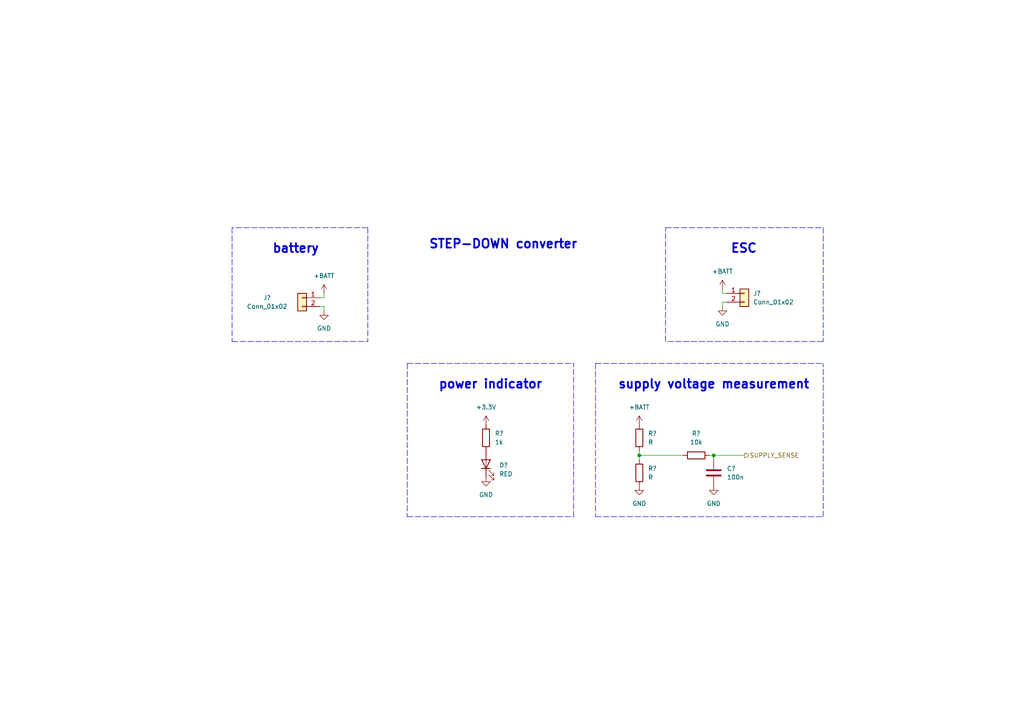
<source format=kicad_sch>
(kicad_sch (version 20211123) (generator eeschema)
  (paper "A4")
  (lib_symbols
    (symbol "Connector_Generic:Conn_01x02" (pin_names (offset 1.016) hide)
      (property "Reference" "J" (at 0 2.54 0))
      (property "Value" "Conn_01x02" (at 0 -5.08 0))
      (symbol "Conn_01x02_1_1"
        (rectangle (start -1.27 -2.413) (end 0 -2.667) (stroke (width 0.1524)))
        (rectangle (start -1.27 0.127) (end 0 -0.127) (stroke (width 0.1524)))
        (rectangle (start -1.27 1.27) (end 1.27 -3.81) (stroke (width 0.254)) (fill (type background)))
        (pin passive line (at -5.08 0 0) (length 3.81) (name "Pin_1") (number "1"))
        (pin passive line (at -5.08 -2.54 0) (length 3.81) (name "Pin_2") (number "2"))
      )
    )
    (symbol "Device:C" (pin_numbers hide) (pin_names (offset 0.254))
      (property "Reference" "C" (at 0.635 2.54 0))
      (property "Value" "C" (at 0.635 -2.54 0))
      (symbol "C_0_1"
        (polyline (pts (xy -2.032 -0.762) (xy 2.032 -0.762)) (stroke (width 0.508)))
        (polyline (pts (xy -2.032 0.762) (xy 2.032 0.762)) (stroke (width 0.508)))
      )
      (symbol "C_1_1"
        (pin passive line (at 0 3.81 270) (length 2.794) (name "~") (number "1"))
        (pin passive line (at 0 -3.81 90) (length 2.794) (name "~") (number "2"))
      )
    )
    (symbol "Device:LED" (pin_numbers hide) (pin_names (offset 1.016) hide)
      (property "Reference" "D" (at 0 2.54 0))
      (property "Value" "LED" (at 0 -2.54 0))
      (symbol "LED_0_1"
        (polyline (pts (xy -1.27 -1.27) (xy -1.27 1.27)) (stroke (width 0.254)))
        (polyline (pts (xy -1.27 0) (xy 1.27 0)))
        (polyline (pts (xy 1.27 -1.27) (xy 1.27 1.27) (xy -1.27 0) (xy 1.27 -1.27)) (stroke (width 0.254)))
        (polyline (pts (xy -3.048 -0.762) (xy -4.572 -2.286) (xy -3.81 -2.286) (xy -4.572 -2.286) (xy -4.572 -1.524)))
        (polyline (pts (xy -1.778 -0.762) (xy -3.302 -2.286) (xy -2.54 -2.286) (xy -3.302 -2.286) (xy -3.302 -1.524)))
      )
      (symbol "LED_1_1"
        (pin passive line (at -3.81 0 0) (length 2.54) (name "K") (number "1"))
        (pin passive line (at 3.81 0 180) (length 2.54) (name "A") (number "2"))
      )
    )
    (symbol "Device:R" (pin_numbers hide) (pin_names (offset 0))
      (property "Reference" "R" (at 2.032 0 90))
      (property "Value" "R" (at 0 0 90))
      (symbol "R_0_1"
        (rectangle (start -1.016 -2.54) (end 1.016 2.54) (stroke (width 0.254)))
      )
      (symbol "R_1_1"
        (pin passive line (at 0 3.81 270) (length 1.27) (name "~") (number "1"))
        (pin passive line (at 0 -3.81 90) (length 1.27) (name "~") (number "2"))
      )
    )
    (symbol "power:+3.3V" (power) (pin_names (offset 0))
      (property "Value" "+3.3V" (at 0 3.556 0))
      (symbol "+3.3V_0_1"
        (polyline (pts (xy -0.762 1.27) (xy 0 2.54)))
        (polyline (pts (xy 0 0) (xy 0 2.54)))
        (polyline (pts (xy 0 2.54) (xy 0.762 1.27)))
      )
      (symbol "+3.3V_1_1"
        (pin power_in line (at 0 0 90) (length 0) hide (name "+3.3V") (number "1"))
      )
    )
    (symbol "power:+BATT" (power) (pin_names (offset 0))
      (property "Value" "+BATT" (at 0 3.556 0))
      (symbol "+BATT_0_1"
        (polyline (pts (xy -0.762 1.27) (xy 0 2.54)))
        (polyline (pts (xy 0 0) (xy 0 2.54)))
        (polyline (pts (xy 0 2.54) (xy 0.762 1.27)))
      )
      (symbol "+BATT_1_1"
        (pin power_in line (at 0 0 90) (length 0) hide (name "+BATT") (number "1"))
      )
    )
    (symbol "power:GND" (power) (pin_names (offset 0))
      (property "Value" "GND" (at 0 -3.81 0))
      (symbol "GND_0_1"
        (polyline (pts (xy 0 0) (xy 0 -1.27) (xy 1.27 -1.27) (xy 0 -2.54) (xy -1.27 -1.27) (xy 0 -1.27)))
      )
      (symbol "GND_1_1"
        (pin power_in line (at 0 0 270) (length 0) hide (name "GND") (number "1"))
      )
    )
  )
  (junction (at 185.42 132.08))
  (junction (at 207.01 132.08))
  (wire (pts (xy 185.42 130.81) (xy 185.42 132.08)))
  (polyline (pts (xy 106.68 66.04) (xy 106.68 99.06)))
  (polyline (pts (xy 106.68 66.04) (xy 67.31 66.04)))
  (polyline (pts (xy 118.11 105.41) (xy 118.11 149.86)))
  (polyline (pts (xy 67.31 99.06) (xy 106.68 99.06)))
  (wire (pts (xy 93.98 86.36) (xy 93.98 85.09)))
  (wire (pts (xy 185.42 132.08) (xy 198.12 132.08)))
  (wire (pts (xy 205.74 132.08) (xy 207.01 132.08)))
  (polyline (pts (xy 166.37 149.86) (xy 166.37 105.41)))
  (polyline (pts (xy 118.11 105.41) (xy 166.37 105.41)))
  (wire (pts (xy 209.55 87.63) (xy 210.82 87.63)))
  (polyline (pts (xy 118.11 149.86) (xy 166.37 149.86)))
  (polyline (pts (xy 172.72 105.41) (xy 172.72 149.86)))
  (wire (pts (xy 209.55 88.9) (xy 209.55 87.63)))
  (polyline (pts (xy 67.31 66.04) (xy 67.31 99.06)))
  (polyline (pts (xy 238.76 99.06) (xy 193.04 99.06)))
  (polyline (pts (xy 238.76 66.04) (xy 238.76 99.06)))
  (wire (pts (xy 185.42 132.08) (xy 185.42 133.35)))
  (wire (pts (xy 209.55 83.82) (xy 209.55 85.09)))
  (polyline (pts (xy 193.04 66.04) (xy 238.76 66.04)))
  (wire (pts (xy 209.55 85.09) (xy 210.82 85.09)))
  (polyline (pts (xy 238.76 149.86) (xy 238.76 105.41)))
  (polyline (pts (xy 193.04 99.06) (xy 193.04 66.04)))
  (wire (pts (xy 93.98 88.9) (xy 93.98 90.17)))
  (polyline (pts (xy 172.72 149.86) (xy 238.76 149.86)))
  (wire (pts (xy 92.71 86.36) (xy 93.98 86.36)))
  (wire (pts (xy 207.01 132.08) (xy 207.01 133.35)))
  (wire (pts (xy 92.71 88.9) (xy 93.98 88.9)))
  (polyline (pts (xy 172.72 105.41) (xy 238.76 105.41)))
  (wire (pts (xy 207.01 132.08) (xy 215.9 132.08)))
  (text "ESC" (at 219.71 73.66 180) (effects (font (size 2.54 2.54) (thickness 0.508) bold) (justify right bottom)))
  (text "STEP-DOWN converter" (at 167.64 72.39 180) (effects (font (size 2.54 2.54) (thickness 0.508) bold) (justify right bottom)))
  (text "power indicator" (at 157.48 113.03 180) (effects (font (size 2.54 2.54) (thickness 0.508) bold) (justify right bottom)))
  (text "supply voltage measurement" (at 234.95 113.03 180) (effects (font (size 2.54 2.54) (thickness 0.508) bold) (justify right bottom)))
  (text "battery" (at 92.71 73.66 180) (effects (font (size 2.54 2.54) (thickness 0.508) bold) (justify right bottom)))
  (hierarchical_label "SUPPLY_SENSE" (shape output) (at 215.9 132.08 0))
  (symbol (lib_id "Device:C") (at 207.01 137.16 0) (unit 1)
    (property "Reference" "C?" (at 210.82 135.8899 0) (effects (justify left)))
    (property "Value" "100n" (at 210.82 138.4299 0) (effects (justify left)))
  )
  (symbol (lib_id "power:GND") (at 185.42 140.97 0) (unit 1)
    (property "Reference" "#PWR?" (effects hide))
    (property "Value" "GND" (at 185.42 146.05 0))
  )
  (symbol (lib_id "Device:LED") (at 140.97 134.62 90) (unit 1)
    (property "Reference" "D?" (at 144.78 134.9374 90) (effects (justify right)))
    (property "Value" "RED" (at 144.78 137.4774 90) (effects (justify right)))
  )
  (symbol (lib_id "Device:R") (at 185.42 127 0) (unit 1)
    (property "Reference" "R?" (at 187.96 125.7299 0) (effects (justify left)))
    (property "Value" "R" (at 187.96 128.2699 0) (effects (justify left)))
  )
  (symbol (lib_id "Device:R") (at 140.97 127 0) (unit 1)
    (property "Reference" "R?" (at 143.51 125.7299 0) (effects (justify left)))
    (property "Value" "1k" (at 143.51 128.2699 0) (effects (justify left)))
  )
  (symbol (lib_id "Device:R") (at 185.42 137.16 0) (unit 1)
    (property "Reference" "R?" (at 187.96 135.8899 0) (effects (justify left)))
    (property "Value" "R" (at 187.96 138.4299 0) (effects (justify left)))
  )
  (symbol (lib_id "power:GND") (at 93.98 90.17 0) (unit 1)
    (property "Reference" "#PWR?" (effects hide))
    (property "Value" "GND" (at 93.98 95.25 0))
  )
  (symbol (lib_id "power:GND") (at 140.97 138.43 0) (unit 1)
    (property "Reference" "#PWR?" (effects hide))
    (property "Value" "GND" (at 140.97 143.51 0))
  )
  (symbol (lib_id "Device:R") (at 201.93 132.08 270) (unit 1)
    (property "Reference" "R?" (at 201.93 125.73 90))
    (property "Value" "10k" (at 201.93 128.27 90))
  )
  (symbol (lib_id "power:GND") (at 207.01 140.97 0) (unit 1)
    (property "Reference" "#PWR?" (effects hide))
    (property "Value" "GND" (at 207.01 146.05 0))
  )
  (symbol (lib_id "power:+BATT") (at 209.55 83.82 0) (unit 1)
    (property "Reference" "#PWR?" (effects hide))
    (property "Value" "+BATT" (at 209.55 78.74 0))
  )
  (symbol (lib_id "Connector_Generic:Conn_01x02") (at 87.63 86.36 0) (mirror y) (unit 1)
    (property "Reference" "J?" (at 77.47 86.36 0))
    (property "Value" "Conn_01x02" (at 77.47 88.9 0))
  )
  (symbol (lib_id "power:GND") (at 209.55 88.9 0) (unit 1)
    (property "Reference" "#PWR?" (effects hide))
    (property "Value" "GND" (at 209.55 93.98 0))
  )
  (symbol (lib_id "power:+BATT") (at 185.42 123.19 0) (unit 1)
    (property "Reference" "#PWR?" (effects hide))
    (property "Value" "+BATT" (at 185.42 118.11 0))
  )
  (symbol (lib_id "power:+BATT") (at 93.98 85.09 0) (unit 1)
    (property "Reference" "#PWR?" (effects hide))
    (property "Value" "+BATT" (at 93.98 80.01 0))
  )
  (symbol (lib_id "power:+3.3V") (at 140.97 123.19 0) (unit 1)
    (property "Reference" "#PWR?" (effects hide))
    (property "Value" "+3.3V" (at 140.97 118.11 0))
  )
  (symbol (lib_id "Connector_Generic:Conn_01x02") (at 215.9 85.09 0) (unit 1)
    (property "Reference" "J?" (at 218.44 85.0899 0) (effects (justify left)))
    (property "Value" "Conn_01x02" (at 218.44 87.6299 0) (effects (justify left)))
  )
)
</source>
